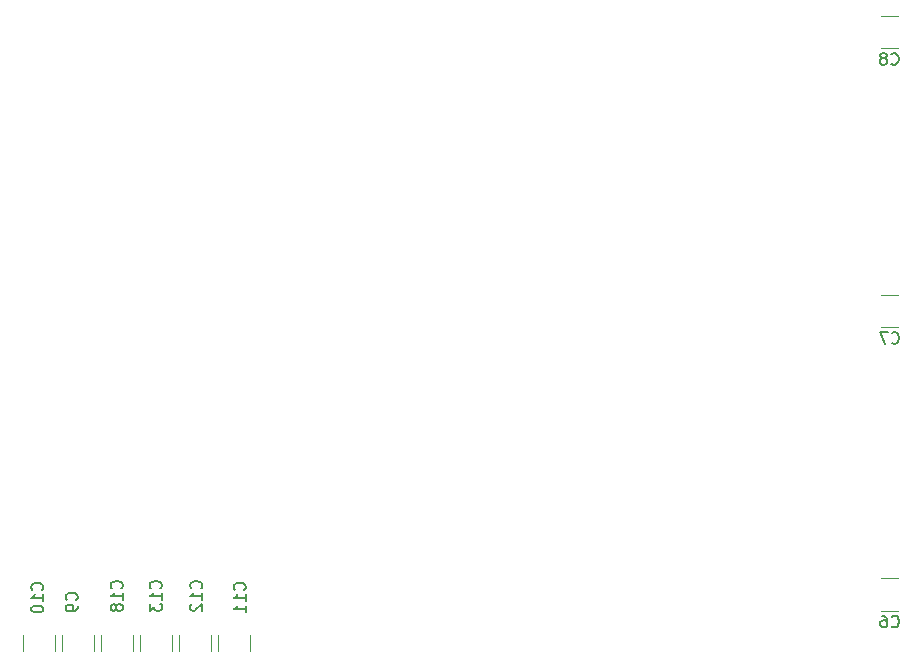
<source format=gbr>
%TF.GenerationSoftware,KiCad,Pcbnew,(7.0.0)*%
%TF.CreationDate,2023-05-27T01:43:55+02:00*%
%TF.ProjectId,workbench,776f726b-6265-46e6-9368-2e6b69636164,rev?*%
%TF.SameCoordinates,Original*%
%TF.FileFunction,Legend,Bot*%
%TF.FilePolarity,Positive*%
%FSLAX46Y46*%
G04 Gerber Fmt 4.6, Leading zero omitted, Abs format (unit mm)*
G04 Created by KiCad (PCBNEW (7.0.0)) date 2023-05-27 01:43:55*
%MOMM*%
%LPD*%
G01*
G04 APERTURE LIST*
%ADD10C,0.150000*%
%ADD11C,0.120000*%
G04 APERTURE END LIST*
D10*
%TO.C,C18*%
X110889142Y-128897142D02*
X110936761Y-128849523D01*
X110936761Y-128849523D02*
X110984380Y-128706666D01*
X110984380Y-128706666D02*
X110984380Y-128611428D01*
X110984380Y-128611428D02*
X110936761Y-128468571D01*
X110936761Y-128468571D02*
X110841523Y-128373333D01*
X110841523Y-128373333D02*
X110746285Y-128325714D01*
X110746285Y-128325714D02*
X110555809Y-128278095D01*
X110555809Y-128278095D02*
X110412952Y-128278095D01*
X110412952Y-128278095D02*
X110222476Y-128325714D01*
X110222476Y-128325714D02*
X110127238Y-128373333D01*
X110127238Y-128373333D02*
X110032000Y-128468571D01*
X110032000Y-128468571D02*
X109984380Y-128611428D01*
X109984380Y-128611428D02*
X109984380Y-128706666D01*
X109984380Y-128706666D02*
X110032000Y-128849523D01*
X110032000Y-128849523D02*
X110079619Y-128897142D01*
X110984380Y-129849523D02*
X110984380Y-129278095D01*
X110984380Y-129563809D02*
X109984380Y-129563809D01*
X109984380Y-129563809D02*
X110127238Y-129468571D01*
X110127238Y-129468571D02*
X110222476Y-129373333D01*
X110222476Y-129373333D02*
X110270095Y-129278095D01*
X110412952Y-130420952D02*
X110365333Y-130325714D01*
X110365333Y-130325714D02*
X110317714Y-130278095D01*
X110317714Y-130278095D02*
X110222476Y-130230476D01*
X110222476Y-130230476D02*
X110174857Y-130230476D01*
X110174857Y-130230476D02*
X110079619Y-130278095D01*
X110079619Y-130278095D02*
X110032000Y-130325714D01*
X110032000Y-130325714D02*
X109984380Y-130420952D01*
X109984380Y-130420952D02*
X109984380Y-130611428D01*
X109984380Y-130611428D02*
X110032000Y-130706666D01*
X110032000Y-130706666D02*
X110079619Y-130754285D01*
X110079619Y-130754285D02*
X110174857Y-130801904D01*
X110174857Y-130801904D02*
X110222476Y-130801904D01*
X110222476Y-130801904D02*
X110317714Y-130754285D01*
X110317714Y-130754285D02*
X110365333Y-130706666D01*
X110365333Y-130706666D02*
X110412952Y-130611428D01*
X110412952Y-130611428D02*
X110412952Y-130420952D01*
X110412952Y-130420952D02*
X110460571Y-130325714D01*
X110460571Y-130325714D02*
X110508190Y-130278095D01*
X110508190Y-130278095D02*
X110603428Y-130230476D01*
X110603428Y-130230476D02*
X110793904Y-130230476D01*
X110793904Y-130230476D02*
X110889142Y-130278095D01*
X110889142Y-130278095D02*
X110936761Y-130325714D01*
X110936761Y-130325714D02*
X110984380Y-130420952D01*
X110984380Y-130420952D02*
X110984380Y-130611428D01*
X110984380Y-130611428D02*
X110936761Y-130706666D01*
X110936761Y-130706666D02*
X110889142Y-130754285D01*
X110889142Y-130754285D02*
X110793904Y-130801904D01*
X110793904Y-130801904D02*
X110603428Y-130801904D01*
X110603428Y-130801904D02*
X110508190Y-130754285D01*
X110508190Y-130754285D02*
X110460571Y-130706666D01*
X110460571Y-130706666D02*
X110412952Y-130611428D01*
%TO.C,C13*%
X114191142Y-128897142D02*
X114238761Y-128849523D01*
X114238761Y-128849523D02*
X114286380Y-128706666D01*
X114286380Y-128706666D02*
X114286380Y-128611428D01*
X114286380Y-128611428D02*
X114238761Y-128468571D01*
X114238761Y-128468571D02*
X114143523Y-128373333D01*
X114143523Y-128373333D02*
X114048285Y-128325714D01*
X114048285Y-128325714D02*
X113857809Y-128278095D01*
X113857809Y-128278095D02*
X113714952Y-128278095D01*
X113714952Y-128278095D02*
X113524476Y-128325714D01*
X113524476Y-128325714D02*
X113429238Y-128373333D01*
X113429238Y-128373333D02*
X113334000Y-128468571D01*
X113334000Y-128468571D02*
X113286380Y-128611428D01*
X113286380Y-128611428D02*
X113286380Y-128706666D01*
X113286380Y-128706666D02*
X113334000Y-128849523D01*
X113334000Y-128849523D02*
X113381619Y-128897142D01*
X114286380Y-129849523D02*
X114286380Y-129278095D01*
X114286380Y-129563809D02*
X113286380Y-129563809D01*
X113286380Y-129563809D02*
X113429238Y-129468571D01*
X113429238Y-129468571D02*
X113524476Y-129373333D01*
X113524476Y-129373333D02*
X113572095Y-129278095D01*
X113286380Y-130182857D02*
X113286380Y-130801904D01*
X113286380Y-130801904D02*
X113667333Y-130468571D01*
X113667333Y-130468571D02*
X113667333Y-130611428D01*
X113667333Y-130611428D02*
X113714952Y-130706666D01*
X113714952Y-130706666D02*
X113762571Y-130754285D01*
X113762571Y-130754285D02*
X113857809Y-130801904D01*
X113857809Y-130801904D02*
X114095904Y-130801904D01*
X114095904Y-130801904D02*
X114191142Y-130754285D01*
X114191142Y-130754285D02*
X114238761Y-130706666D01*
X114238761Y-130706666D02*
X114286380Y-130611428D01*
X114286380Y-130611428D02*
X114286380Y-130325714D01*
X114286380Y-130325714D02*
X114238761Y-130230476D01*
X114238761Y-130230476D02*
X114191142Y-130182857D01*
%TO.C,C12*%
X117620142Y-128897142D02*
X117667761Y-128849523D01*
X117667761Y-128849523D02*
X117715380Y-128706666D01*
X117715380Y-128706666D02*
X117715380Y-128611428D01*
X117715380Y-128611428D02*
X117667761Y-128468571D01*
X117667761Y-128468571D02*
X117572523Y-128373333D01*
X117572523Y-128373333D02*
X117477285Y-128325714D01*
X117477285Y-128325714D02*
X117286809Y-128278095D01*
X117286809Y-128278095D02*
X117143952Y-128278095D01*
X117143952Y-128278095D02*
X116953476Y-128325714D01*
X116953476Y-128325714D02*
X116858238Y-128373333D01*
X116858238Y-128373333D02*
X116763000Y-128468571D01*
X116763000Y-128468571D02*
X116715380Y-128611428D01*
X116715380Y-128611428D02*
X116715380Y-128706666D01*
X116715380Y-128706666D02*
X116763000Y-128849523D01*
X116763000Y-128849523D02*
X116810619Y-128897142D01*
X117715380Y-129849523D02*
X117715380Y-129278095D01*
X117715380Y-129563809D02*
X116715380Y-129563809D01*
X116715380Y-129563809D02*
X116858238Y-129468571D01*
X116858238Y-129468571D02*
X116953476Y-129373333D01*
X116953476Y-129373333D02*
X117001095Y-129278095D01*
X116810619Y-130230476D02*
X116763000Y-130278095D01*
X116763000Y-130278095D02*
X116715380Y-130373333D01*
X116715380Y-130373333D02*
X116715380Y-130611428D01*
X116715380Y-130611428D02*
X116763000Y-130706666D01*
X116763000Y-130706666D02*
X116810619Y-130754285D01*
X116810619Y-130754285D02*
X116905857Y-130801904D01*
X116905857Y-130801904D02*
X117001095Y-130801904D01*
X117001095Y-130801904D02*
X117143952Y-130754285D01*
X117143952Y-130754285D02*
X117715380Y-130182857D01*
X117715380Y-130182857D02*
X117715380Y-130801904D01*
%TO.C,C11*%
X121303142Y-129024142D02*
X121350761Y-128976523D01*
X121350761Y-128976523D02*
X121398380Y-128833666D01*
X121398380Y-128833666D02*
X121398380Y-128738428D01*
X121398380Y-128738428D02*
X121350761Y-128595571D01*
X121350761Y-128595571D02*
X121255523Y-128500333D01*
X121255523Y-128500333D02*
X121160285Y-128452714D01*
X121160285Y-128452714D02*
X120969809Y-128405095D01*
X120969809Y-128405095D02*
X120826952Y-128405095D01*
X120826952Y-128405095D02*
X120636476Y-128452714D01*
X120636476Y-128452714D02*
X120541238Y-128500333D01*
X120541238Y-128500333D02*
X120446000Y-128595571D01*
X120446000Y-128595571D02*
X120398380Y-128738428D01*
X120398380Y-128738428D02*
X120398380Y-128833666D01*
X120398380Y-128833666D02*
X120446000Y-128976523D01*
X120446000Y-128976523D02*
X120493619Y-129024142D01*
X121398380Y-129976523D02*
X121398380Y-129405095D01*
X121398380Y-129690809D02*
X120398380Y-129690809D01*
X120398380Y-129690809D02*
X120541238Y-129595571D01*
X120541238Y-129595571D02*
X120636476Y-129500333D01*
X120636476Y-129500333D02*
X120684095Y-129405095D01*
X121398380Y-130928904D02*
X121398380Y-130357476D01*
X121398380Y-130643190D02*
X120398380Y-130643190D01*
X120398380Y-130643190D02*
X120541238Y-130547952D01*
X120541238Y-130547952D02*
X120636476Y-130452714D01*
X120636476Y-130452714D02*
X120684095Y-130357476D01*
%TO.C,C10*%
X104158142Y-129024142D02*
X104205761Y-128976523D01*
X104205761Y-128976523D02*
X104253380Y-128833666D01*
X104253380Y-128833666D02*
X104253380Y-128738428D01*
X104253380Y-128738428D02*
X104205761Y-128595571D01*
X104205761Y-128595571D02*
X104110523Y-128500333D01*
X104110523Y-128500333D02*
X104015285Y-128452714D01*
X104015285Y-128452714D02*
X103824809Y-128405095D01*
X103824809Y-128405095D02*
X103681952Y-128405095D01*
X103681952Y-128405095D02*
X103491476Y-128452714D01*
X103491476Y-128452714D02*
X103396238Y-128500333D01*
X103396238Y-128500333D02*
X103301000Y-128595571D01*
X103301000Y-128595571D02*
X103253380Y-128738428D01*
X103253380Y-128738428D02*
X103253380Y-128833666D01*
X103253380Y-128833666D02*
X103301000Y-128976523D01*
X103301000Y-128976523D02*
X103348619Y-129024142D01*
X104253380Y-129976523D02*
X104253380Y-129405095D01*
X104253380Y-129690809D02*
X103253380Y-129690809D01*
X103253380Y-129690809D02*
X103396238Y-129595571D01*
X103396238Y-129595571D02*
X103491476Y-129500333D01*
X103491476Y-129500333D02*
X103539095Y-129405095D01*
X103253380Y-130595571D02*
X103253380Y-130690809D01*
X103253380Y-130690809D02*
X103301000Y-130786047D01*
X103301000Y-130786047D02*
X103348619Y-130833666D01*
X103348619Y-130833666D02*
X103443857Y-130881285D01*
X103443857Y-130881285D02*
X103634333Y-130928904D01*
X103634333Y-130928904D02*
X103872428Y-130928904D01*
X103872428Y-130928904D02*
X104062904Y-130881285D01*
X104062904Y-130881285D02*
X104158142Y-130833666D01*
X104158142Y-130833666D02*
X104205761Y-130786047D01*
X104205761Y-130786047D02*
X104253380Y-130690809D01*
X104253380Y-130690809D02*
X104253380Y-130595571D01*
X104253380Y-130595571D02*
X104205761Y-130500333D01*
X104205761Y-130500333D02*
X104158142Y-130452714D01*
X104158142Y-130452714D02*
X104062904Y-130405095D01*
X104062904Y-130405095D02*
X103872428Y-130357476D01*
X103872428Y-130357476D02*
X103634333Y-130357476D01*
X103634333Y-130357476D02*
X103443857Y-130405095D01*
X103443857Y-130405095D02*
X103348619Y-130452714D01*
X103348619Y-130452714D02*
X103301000Y-130500333D01*
X103301000Y-130500333D02*
X103253380Y-130595571D01*
%TO.C,C9*%
X107079142Y-129881333D02*
X107126761Y-129833714D01*
X107126761Y-129833714D02*
X107174380Y-129690857D01*
X107174380Y-129690857D02*
X107174380Y-129595619D01*
X107174380Y-129595619D02*
X107126761Y-129452762D01*
X107126761Y-129452762D02*
X107031523Y-129357524D01*
X107031523Y-129357524D02*
X106936285Y-129309905D01*
X106936285Y-129309905D02*
X106745809Y-129262286D01*
X106745809Y-129262286D02*
X106602952Y-129262286D01*
X106602952Y-129262286D02*
X106412476Y-129309905D01*
X106412476Y-129309905D02*
X106317238Y-129357524D01*
X106317238Y-129357524D02*
X106222000Y-129452762D01*
X106222000Y-129452762D02*
X106174380Y-129595619D01*
X106174380Y-129595619D02*
X106174380Y-129690857D01*
X106174380Y-129690857D02*
X106222000Y-129833714D01*
X106222000Y-129833714D02*
X106269619Y-129881333D01*
X107174380Y-130357524D02*
X107174380Y-130548000D01*
X107174380Y-130548000D02*
X107126761Y-130643238D01*
X107126761Y-130643238D02*
X107079142Y-130690857D01*
X107079142Y-130690857D02*
X106936285Y-130786095D01*
X106936285Y-130786095D02*
X106745809Y-130833714D01*
X106745809Y-130833714D02*
X106364857Y-130833714D01*
X106364857Y-130833714D02*
X106269619Y-130786095D01*
X106269619Y-130786095D02*
X106222000Y-130738476D01*
X106222000Y-130738476D02*
X106174380Y-130643238D01*
X106174380Y-130643238D02*
X106174380Y-130452762D01*
X106174380Y-130452762D02*
X106222000Y-130357524D01*
X106222000Y-130357524D02*
X106269619Y-130309905D01*
X106269619Y-130309905D02*
X106364857Y-130262286D01*
X106364857Y-130262286D02*
X106602952Y-130262286D01*
X106602952Y-130262286D02*
X106698190Y-130309905D01*
X106698190Y-130309905D02*
X106745809Y-130357524D01*
X106745809Y-130357524D02*
X106793428Y-130452762D01*
X106793428Y-130452762D02*
X106793428Y-130643238D01*
X106793428Y-130643238D02*
X106745809Y-130738476D01*
X106745809Y-130738476D02*
X106698190Y-130786095D01*
X106698190Y-130786095D02*
X106602952Y-130833714D01*
%TO.C,C8*%
X176061666Y-84473142D02*
X176109285Y-84520761D01*
X176109285Y-84520761D02*
X176252142Y-84568380D01*
X176252142Y-84568380D02*
X176347380Y-84568380D01*
X176347380Y-84568380D02*
X176490237Y-84520761D01*
X176490237Y-84520761D02*
X176585475Y-84425523D01*
X176585475Y-84425523D02*
X176633094Y-84330285D01*
X176633094Y-84330285D02*
X176680713Y-84139809D01*
X176680713Y-84139809D02*
X176680713Y-83996952D01*
X176680713Y-83996952D02*
X176633094Y-83806476D01*
X176633094Y-83806476D02*
X176585475Y-83711238D01*
X176585475Y-83711238D02*
X176490237Y-83616000D01*
X176490237Y-83616000D02*
X176347380Y-83568380D01*
X176347380Y-83568380D02*
X176252142Y-83568380D01*
X176252142Y-83568380D02*
X176109285Y-83616000D01*
X176109285Y-83616000D02*
X176061666Y-83663619D01*
X175490237Y-83996952D02*
X175585475Y-83949333D01*
X175585475Y-83949333D02*
X175633094Y-83901714D01*
X175633094Y-83901714D02*
X175680713Y-83806476D01*
X175680713Y-83806476D02*
X175680713Y-83758857D01*
X175680713Y-83758857D02*
X175633094Y-83663619D01*
X175633094Y-83663619D02*
X175585475Y-83616000D01*
X175585475Y-83616000D02*
X175490237Y-83568380D01*
X175490237Y-83568380D02*
X175299761Y-83568380D01*
X175299761Y-83568380D02*
X175204523Y-83616000D01*
X175204523Y-83616000D02*
X175156904Y-83663619D01*
X175156904Y-83663619D02*
X175109285Y-83758857D01*
X175109285Y-83758857D02*
X175109285Y-83806476D01*
X175109285Y-83806476D02*
X175156904Y-83901714D01*
X175156904Y-83901714D02*
X175204523Y-83949333D01*
X175204523Y-83949333D02*
X175299761Y-83996952D01*
X175299761Y-83996952D02*
X175490237Y-83996952D01*
X175490237Y-83996952D02*
X175585475Y-84044571D01*
X175585475Y-84044571D02*
X175633094Y-84092190D01*
X175633094Y-84092190D02*
X175680713Y-84187428D01*
X175680713Y-84187428D02*
X175680713Y-84377904D01*
X175680713Y-84377904D02*
X175633094Y-84473142D01*
X175633094Y-84473142D02*
X175585475Y-84520761D01*
X175585475Y-84520761D02*
X175490237Y-84568380D01*
X175490237Y-84568380D02*
X175299761Y-84568380D01*
X175299761Y-84568380D02*
X175204523Y-84520761D01*
X175204523Y-84520761D02*
X175156904Y-84473142D01*
X175156904Y-84473142D02*
X175109285Y-84377904D01*
X175109285Y-84377904D02*
X175109285Y-84187428D01*
X175109285Y-84187428D02*
X175156904Y-84092190D01*
X175156904Y-84092190D02*
X175204523Y-84044571D01*
X175204523Y-84044571D02*
X175299761Y-83996952D01*
%TO.C,C7*%
X176100166Y-108095142D02*
X176147785Y-108142761D01*
X176147785Y-108142761D02*
X176290642Y-108190380D01*
X176290642Y-108190380D02*
X176385880Y-108190380D01*
X176385880Y-108190380D02*
X176528737Y-108142761D01*
X176528737Y-108142761D02*
X176623975Y-108047523D01*
X176623975Y-108047523D02*
X176671594Y-107952285D01*
X176671594Y-107952285D02*
X176719213Y-107761809D01*
X176719213Y-107761809D02*
X176719213Y-107618952D01*
X176719213Y-107618952D02*
X176671594Y-107428476D01*
X176671594Y-107428476D02*
X176623975Y-107333238D01*
X176623975Y-107333238D02*
X176528737Y-107238000D01*
X176528737Y-107238000D02*
X176385880Y-107190380D01*
X176385880Y-107190380D02*
X176290642Y-107190380D01*
X176290642Y-107190380D02*
X176147785Y-107238000D01*
X176147785Y-107238000D02*
X176100166Y-107285619D01*
X175766832Y-107190380D02*
X175100166Y-107190380D01*
X175100166Y-107190380D02*
X175528737Y-108190380D01*
%TO.C,C6*%
X176100166Y-132098142D02*
X176147785Y-132145761D01*
X176147785Y-132145761D02*
X176290642Y-132193380D01*
X176290642Y-132193380D02*
X176385880Y-132193380D01*
X176385880Y-132193380D02*
X176528737Y-132145761D01*
X176528737Y-132145761D02*
X176623975Y-132050523D01*
X176623975Y-132050523D02*
X176671594Y-131955285D01*
X176671594Y-131955285D02*
X176719213Y-131764809D01*
X176719213Y-131764809D02*
X176719213Y-131621952D01*
X176719213Y-131621952D02*
X176671594Y-131431476D01*
X176671594Y-131431476D02*
X176623975Y-131336238D01*
X176623975Y-131336238D02*
X176528737Y-131241000D01*
X176528737Y-131241000D02*
X176385880Y-131193380D01*
X176385880Y-131193380D02*
X176290642Y-131193380D01*
X176290642Y-131193380D02*
X176147785Y-131241000D01*
X176147785Y-131241000D02*
X176100166Y-131288619D01*
X175243023Y-131193380D02*
X175433499Y-131193380D01*
X175433499Y-131193380D02*
X175528737Y-131241000D01*
X175528737Y-131241000D02*
X175576356Y-131288619D01*
X175576356Y-131288619D02*
X175671594Y-131431476D01*
X175671594Y-131431476D02*
X175719213Y-131621952D01*
X175719213Y-131621952D02*
X175719213Y-132002904D01*
X175719213Y-132002904D02*
X175671594Y-132098142D01*
X175671594Y-132098142D02*
X175623975Y-132145761D01*
X175623975Y-132145761D02*
X175528737Y-132193380D01*
X175528737Y-132193380D02*
X175338261Y-132193380D01*
X175338261Y-132193380D02*
X175243023Y-132145761D01*
X175243023Y-132145761D02*
X175195404Y-132098142D01*
X175195404Y-132098142D02*
X175147785Y-132002904D01*
X175147785Y-132002904D02*
X175147785Y-131764809D01*
X175147785Y-131764809D02*
X175195404Y-131669571D01*
X175195404Y-131669571D02*
X175243023Y-131621952D01*
X175243023Y-131621952D02*
X175338261Y-131574333D01*
X175338261Y-131574333D02*
X175528737Y-131574333D01*
X175528737Y-131574333D02*
X175623975Y-131621952D01*
X175623975Y-131621952D02*
X175671594Y-131669571D01*
X175671594Y-131669571D02*
X175719213Y-131764809D01*
D11*
%TO.C,C18*%
X111850000Y-134226752D02*
X111850000Y-132804248D01*
X109130000Y-134226752D02*
X109130000Y-132804248D01*
%TO.C,C13*%
X115152000Y-134226752D02*
X115152000Y-132804248D01*
X112432000Y-134226752D02*
X112432000Y-132804248D01*
%TO.C,C12*%
X115734000Y-134226752D02*
X115734000Y-132804248D01*
X118454000Y-134226752D02*
X118454000Y-132804248D01*
%TO.C,C11*%
X121756000Y-134226752D02*
X121756000Y-132804248D01*
X119036000Y-134226752D02*
X119036000Y-132804248D01*
%TO.C,C10*%
X105246000Y-134226752D02*
X105246000Y-132804248D01*
X102526000Y-134226752D02*
X102526000Y-132804248D01*
%TO.C,C9*%
X108548000Y-134226752D02*
X108548000Y-132804248D01*
X105828000Y-134226752D02*
X105828000Y-132804248D01*
%TO.C,C8*%
X175183748Y-83148000D02*
X176606252Y-83148000D01*
X175183748Y-80428000D02*
X176606252Y-80428000D01*
%TO.C,C7*%
X175222248Y-106770000D02*
X176644752Y-106770000D01*
X175222248Y-104050000D02*
X176644752Y-104050000D01*
%TO.C,C6*%
X175222248Y-130773000D02*
X176644752Y-130773000D01*
X175222248Y-128053000D02*
X176644752Y-128053000D01*
%TD*%
M02*

</source>
